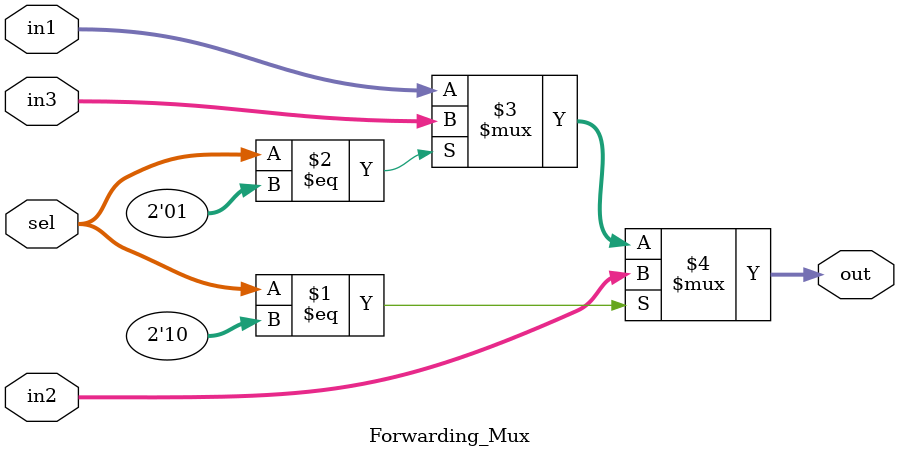
<source format=sv>
module Forwarding_Mux(

input [31:0]in1,
input [31:0]in2,
input [31:0]in3,

input [1:0]sel,

output [31:0]out


);


assign out = (sel == 2'b10) ? in2:
	     (sel == 2'b01) ? in3:
	     in1;


endmodule

</source>
